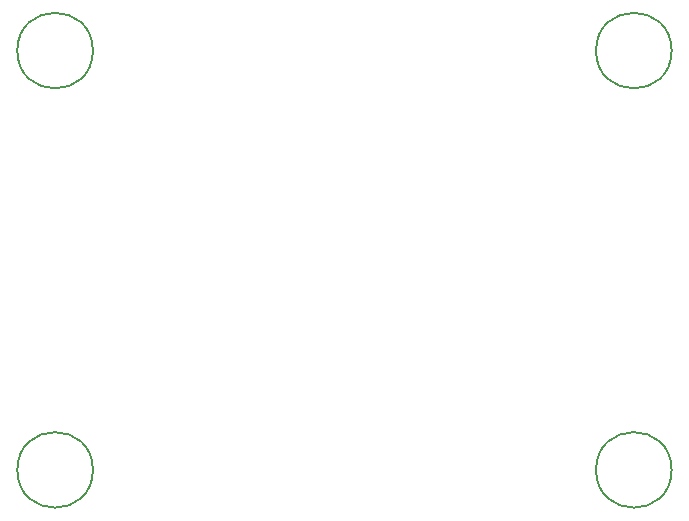
<source format=gbr>
%TF.GenerationSoftware,KiCad,Pcbnew,(6.0.4)*%
%TF.CreationDate,2023-03-20T20:43:09+01:00*%
%TF.ProjectId,analogBlockModule,616e616c-6f67-4426-9c6f-636b4d6f6475,rev?*%
%TF.SameCoordinates,Original*%
%TF.FileFunction,Other,Comment*%
%FSLAX46Y46*%
G04 Gerber Fmt 4.6, Leading zero omitted, Abs format (unit mm)*
G04 Created by KiCad (PCBNEW (6.0.4)) date 2023-03-20 20:43:09*
%MOMM*%
%LPD*%
G01*
G04 APERTURE LIST*
%ADD10C,0.150000*%
G04 APERTURE END LIST*
D10*
%TO.C,REF\u002A\u002A*%
X122200000Y-80000000D02*
G75*
G03*
X122200000Y-80000000I-3200000J0D01*
G01*
X122200000Y-115500000D02*
G75*
G03*
X122200000Y-115500000I-3200000J0D01*
G01*
X171200000Y-115500000D02*
G75*
G03*
X171200000Y-115500000I-3200000J0D01*
G01*
X171200000Y-80000000D02*
G75*
G03*
X171200000Y-80000000I-3200000J0D01*
G01*
%TD*%
M02*

</source>
